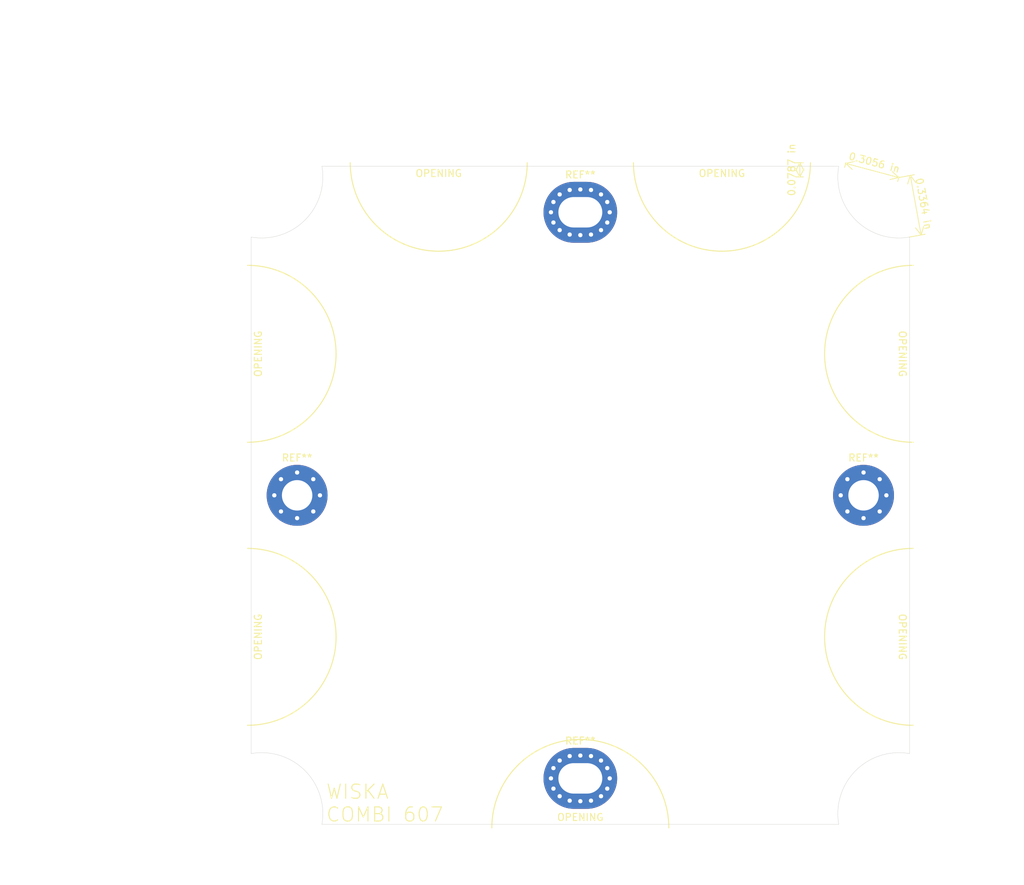
<source format=kicad_pcb>
(kicad_pcb (version 20171130) (host pcbnew 5.1.5-52549c5~84~ubuntu18.04.1)

  (general
    (thickness 1.6)
    (drawings 70)
    (tracks 0)
    (zones 0)
    (modules 4)
    (nets 1)
  )

  (page A4)
  (title_block
    (title "PCB for Wiska 607 junction box")
    (date 2020-01-14)
    (rev 0.1)
    (company jubeorMK1)
    (comment 1 "Pre dimensional validation")
  )

  (layers
    (0 F.Cu signal)
    (31 B.Cu signal)
    (32 B.Adhes user hide)
    (33 F.Adhes user hide)
    (34 B.Paste user hide)
    (35 F.Paste user hide)
    (36 B.SilkS user hide)
    (37 F.SilkS user)
    (38 B.Mask user hide)
    (39 F.Mask user hide)
    (40 Dwgs.User user)
    (41 Cmts.User user)
    (42 Eco1.User user hide)
    (43 Eco2.User user hide)
    (44 Edge.Cuts user)
    (45 Margin user hide)
    (46 B.CrtYd user hide)
    (47 F.CrtYd user hide)
    (48 B.Fab user hide)
    (49 F.Fab user hide)
  )

  (setup
    (last_trace_width 0.25)
    (trace_clearance 0.2)
    (zone_clearance 0.508)
    (zone_45_only no)
    (trace_min 0.2)
    (via_size 0.8)
    (via_drill 0.4)
    (via_min_size 0.4)
    (via_min_drill 0.3)
    (uvia_size 0.3)
    (uvia_drill 0.1)
    (uvias_allowed no)
    (uvia_min_size 0.2)
    (uvia_min_drill 0.1)
    (edge_width 0.05)
    (segment_width 0.2)
    (pcb_text_width 0.3)
    (pcb_text_size 1.5 1.5)
    (mod_edge_width 0.12)
    (mod_text_size 1 1)
    (mod_text_width 0.15)
    (pad_size 1.524 1.524)
    (pad_drill 0.762)
    (pad_to_mask_clearance 0.051)
    (solder_mask_min_width 0.25)
    (aux_axis_origin 0 0)
    (visible_elements FFFFFF7F)
    (pcbplotparams
      (layerselection 0x010fc_ffffffff)
      (usegerberextensions false)
      (usegerberattributes false)
      (usegerberadvancedattributes false)
      (creategerberjobfile false)
      (excludeedgelayer true)
      (linewidth 0.100000)
      (plotframeref false)
      (viasonmask false)
      (mode 1)
      (useauxorigin false)
      (hpglpennumber 1)
      (hpglpenspeed 20)
      (hpglpendiameter 15.000000)
      (psnegative false)
      (psa4output false)
      (plotreference true)
      (plotvalue true)
      (plotinvisibletext false)
      (padsonsilk false)
      (subtractmaskfromsilk false)
      (outputformat 1)
      (mirror false)
      (drillshape 1)
      (scaleselection 1)
      (outputdirectory ""))
  )

  (net 0 "")

  (net_class Default "This is the default net class."
    (clearance 0.2)
    (trace_width 0.25)
    (via_dia 0.8)
    (via_drill 0.4)
    (uvia_dia 0.3)
    (uvia_drill 0.1)
  )

  (module MountingHole:MountingHole_4.3mm_M4_Pad_Via (layer F.Cu) (tedit 56DDBFD7) (tstamp 5E1D94B9)
    (at 185 96)
    (descr "Mounting Hole 4.3mm, M4")
    (tags "mounting hole 4.3mm m4")
    (attr virtual)
    (fp_text reference REF** (at 0 -5.3) (layer F.SilkS)
      (effects (font (size 1 1) (thickness 0.15)))
    )
    (fp_text value MountingHole_4.3mm_M4_Pad_Via (at 0 5.3) (layer F.Fab)
      (effects (font (size 1 1) (thickness 0.15)))
    )
    (fp_circle (center 0 0) (end 4.55 0) (layer F.CrtYd) (width 0.05))
    (fp_circle (center 0 0) (end 4.3 0) (layer Cmts.User) (width 0.15))
    (fp_text user %R (at 0.3 0) (layer F.Fab)
      (effects (font (size 1 1) (thickness 0.15)))
    )
    (pad 1 thru_hole circle (at 2.280419 -2.280419) (size 0.9 0.9) (drill 0.6) (layers *.Cu *.Mask))
    (pad 1 thru_hole circle (at 0 -3.225) (size 0.9 0.9) (drill 0.6) (layers *.Cu *.Mask))
    (pad 1 thru_hole circle (at -2.280419 -2.280419) (size 0.9 0.9) (drill 0.6) (layers *.Cu *.Mask))
    (pad 1 thru_hole circle (at -3.225 0) (size 0.9 0.9) (drill 0.6) (layers *.Cu *.Mask))
    (pad 1 thru_hole circle (at -2.280419 2.280419) (size 0.9 0.9) (drill 0.6) (layers *.Cu *.Mask))
    (pad 1 thru_hole circle (at 0 3.225) (size 0.9 0.9) (drill 0.6) (layers *.Cu *.Mask))
    (pad 1 thru_hole circle (at 2.280419 2.280419) (size 0.9 0.9) (drill 0.6) (layers *.Cu *.Mask))
    (pad 1 thru_hole circle (at 3.225 0) (size 0.9 0.9) (drill 0.6) (layers *.Cu *.Mask))
    (pad 1 thru_hole circle (at 0 0) (size 8.6 8.6) (drill 4.3) (layers *.Cu *.Mask))
  )

  (module MountingHole:MountingHole_4.3mm_M4_Pad_Via (layer F.Cu) (tedit 56DDBFD7) (tstamp 5E1D948B)
    (at 105 96)
    (descr "Mounting Hole 4.3mm, M4")
    (tags "mounting hole 4.3mm m4")
    (attr virtual)
    (fp_text reference REF** (at 0 -5.3) (layer F.SilkS)
      (effects (font (size 1 1) (thickness 0.15)))
    )
    (fp_text value MountingHole_4.3mm_M4_Pad_Via (at 0 5.3) (layer F.Fab)
      (effects (font (size 1 1) (thickness 0.15)))
    )
    (fp_circle (center 0 0) (end 4.55 0) (layer F.CrtYd) (width 0.05))
    (fp_circle (center 0 0) (end 4.3 0) (layer Cmts.User) (width 0.15))
    (fp_text user %R (at 0.3 0) (layer F.Fab)
      (effects (font (size 1 1) (thickness 0.15)))
    )
    (pad 1 thru_hole circle (at 2.280419 -2.280419) (size 0.9 0.9) (drill 0.6) (layers *.Cu *.Mask))
    (pad 1 thru_hole circle (at 0 -3.225) (size 0.9 0.9) (drill 0.6) (layers *.Cu *.Mask))
    (pad 1 thru_hole circle (at -2.280419 -2.280419) (size 0.9 0.9) (drill 0.6) (layers *.Cu *.Mask))
    (pad 1 thru_hole circle (at -3.225 0) (size 0.9 0.9) (drill 0.6) (layers *.Cu *.Mask))
    (pad 1 thru_hole circle (at -2.280419 2.280419) (size 0.9 0.9) (drill 0.6) (layers *.Cu *.Mask))
    (pad 1 thru_hole circle (at 0 3.225) (size 0.9 0.9) (drill 0.6) (layers *.Cu *.Mask))
    (pad 1 thru_hole circle (at 2.280419 2.280419) (size 0.9 0.9) (drill 0.6) (layers *.Cu *.Mask))
    (pad 1 thru_hole circle (at 3.225 0) (size 0.9 0.9) (drill 0.6) (layers *.Cu *.Mask))
    (pad 1 thru_hole circle (at 0 0) (size 8.6 8.6) (drill 4.3) (layers *.Cu *.Mask))
  )

  (module MountingHole:MountingHole_4.3x6.2mm_M4_Pad_Via (layer F.Cu) (tedit 581E29B6) (tstamp 5E1D98D6)
    (at 145 136)
    (descr "Mounting Hole 4.3x6.2mm, M4")
    (tags "mounting hole 4.3x6.2mm m4")
    (attr virtual)
    (fp_text reference REF** (at 0 -5.3) (layer F.SilkS)
      (effects (font (size 1 1) (thickness 0.15)))
    )
    (fp_text value MountingHole_4.3x6.2mm_M4_Pad_Via (at 0 5.3) (layer F.Fab)
      (effects (font (size 1 1) (thickness 0.15)))
    )
    (fp_text user %R (at 0.3 0) (layer F.Fab)
      (effects (font (size 1 1) (thickness 0.15)))
    )
    (fp_line (start 0.95 4.55) (end -0.95 4.55) (layer F.CrtYd) (width 0.05))
    (fp_line (start -0.95 -4.55) (end 0.95 -4.55) (layer F.CrtYd) (width 0.05))
    (fp_arc (start -0.95 0) (end -0.95 4.55) (angle 180) (layer F.CrtYd) (width 0.05))
    (fp_arc (start 0.95 0) (end 0.95 -4.55) (angle 180) (layer F.CrtYd) (width 0.05))
    (fp_circle (center 0.95 0) (end 5.25 0) (layer Cmts.User) (width 0.15))
    (fp_circle (center -0.95 0) (end 3.35 0) (layer Cmts.User) (width 0.15))
    (pad 1 thru_hole oval (at 0 0) (size 10.4 8.6) (drill oval 6.2 4.3) (layers *.Cu *.Mask))
    (pad 1 thru_hole circle (at 1.505 3.151) (size 0.9 0.9) (drill 0.6) (layers *.Cu *.Mask))
    (pad 1 thru_hole circle (at -1.505 3.151) (size 0.9 0.9) (drill 0.6) (layers *.Cu *.Mask))
    (pad 1 thru_hole circle (at -1.505 -3.151) (size 0.9 0.9) (drill 0.6) (layers *.Cu *.Mask))
    (pad 1 thru_hole circle (at -2.92 -2.521) (size 0.9 0.9) (drill 0.6) (layers *.Cu *.Mask))
    (pad 1 thru_hole circle (at -2.92 2.521) (size 0.9 0.9) (drill 0.6) (layers *.Cu *.Mask))
    (pad 1 thru_hole circle (at 2.92 2.521) (size 0.9 0.9) (drill 0.6) (layers *.Cu *.Mask))
    (pad 1 thru_hole circle (at 2.92 -2.521) (size 0.9 0.9) (drill 0.6) (layers *.Cu *.Mask))
    (pad 1 thru_hole circle (at 1.505 -3.151) (size 0.9 0.9) (drill 0.6) (layers *.Cu *.Mask))
    (pad 1 thru_hole circle (at 4.15 0) (size 0.9 0.9) (drill 0.6) (layers *.Cu *.Mask))
    (pad 1 thru_hole circle (at 3.801 1.45) (size 0.9 0.9) (drill 0.6) (layers *.Cu *.Mask))
    (pad 1 thru_hole circle (at 0 3.225) (size 0.9 0.9) (drill 0.6) (layers *.Cu *.Mask))
    (pad 1 thru_hole circle (at -3.801 1.45) (size 0.9 0.9) (drill 0.6) (layers *.Cu *.Mask))
    (pad 1 thru_hole circle (at -4.15 0) (size 0.9 0.9) (drill 0.6) (layers *.Cu *.Mask))
    (pad 1 thru_hole circle (at -3.801 -1.45) (size 0.9 0.9) (drill 0.6) (layers *.Cu *.Mask))
    (pad 1 thru_hole circle (at 0 -3.225) (size 0.9 0.9) (drill 0.6) (layers *.Cu *.Mask))
    (pad 1 thru_hole circle (at 3.801 -1.45) (size 0.9 0.9) (drill 0.6) (layers *.Cu *.Mask))
  )

  (module MountingHole:MountingHole_4.3x6.2mm_M4_Pad_Via (layer F.Cu) (tedit 581E29B6) (tstamp 5E1D90C6)
    (at 145 56)
    (descr "Mounting Hole 4.3x6.2mm, M4")
    (tags "mounting hole 4.3x6.2mm m4")
    (attr virtual)
    (fp_text reference REF** (at 0 -5.3) (layer F.SilkS)
      (effects (font (size 1 1) (thickness 0.15)))
    )
    (fp_text value MountingHole_4.3x6.2mm_M4_Pad_Via (at 0 5.3) (layer F.Fab)
      (effects (font (size 1 1) (thickness 0.15)))
    )
    (fp_circle (center -0.95 0) (end 3.35 0) (layer Cmts.User) (width 0.15))
    (fp_circle (center 0.95 0) (end 5.25 0) (layer Cmts.User) (width 0.15))
    (fp_arc (start 0.95 0) (end 0.95 -4.55) (angle 180) (layer F.CrtYd) (width 0.05))
    (fp_arc (start -0.95 0) (end -0.95 4.55) (angle 180) (layer F.CrtYd) (width 0.05))
    (fp_line (start -0.95 -4.55) (end 0.95 -4.55) (layer F.CrtYd) (width 0.05))
    (fp_line (start 0.95 4.55) (end -0.95 4.55) (layer F.CrtYd) (width 0.05))
    (fp_text user %R (at 0.3 0) (layer F.Fab)
      (effects (font (size 1 1) (thickness 0.15)))
    )
    (pad 1 thru_hole circle (at 3.801 -1.45) (size 0.9 0.9) (drill 0.6) (layers *.Cu *.Mask))
    (pad 1 thru_hole circle (at 0 -3.225) (size 0.9 0.9) (drill 0.6) (layers *.Cu *.Mask))
    (pad 1 thru_hole circle (at -3.801 -1.45) (size 0.9 0.9) (drill 0.6) (layers *.Cu *.Mask))
    (pad 1 thru_hole circle (at -4.15 0) (size 0.9 0.9) (drill 0.6) (layers *.Cu *.Mask))
    (pad 1 thru_hole circle (at -3.801 1.45) (size 0.9 0.9) (drill 0.6) (layers *.Cu *.Mask))
    (pad 1 thru_hole circle (at 0 3.225) (size 0.9 0.9) (drill 0.6) (layers *.Cu *.Mask))
    (pad 1 thru_hole circle (at 3.801 1.45) (size 0.9 0.9) (drill 0.6) (layers *.Cu *.Mask))
    (pad 1 thru_hole circle (at 4.15 0) (size 0.9 0.9) (drill 0.6) (layers *.Cu *.Mask))
    (pad 1 thru_hole circle (at 1.505 -3.151) (size 0.9 0.9) (drill 0.6) (layers *.Cu *.Mask))
    (pad 1 thru_hole circle (at 2.92 -2.521) (size 0.9 0.9) (drill 0.6) (layers *.Cu *.Mask))
    (pad 1 thru_hole circle (at 2.92 2.521) (size 0.9 0.9) (drill 0.6) (layers *.Cu *.Mask))
    (pad 1 thru_hole circle (at -2.92 2.521) (size 0.9 0.9) (drill 0.6) (layers *.Cu *.Mask))
    (pad 1 thru_hole circle (at -2.92 -2.521) (size 0.9 0.9) (drill 0.6) (layers *.Cu *.Mask))
    (pad 1 thru_hole circle (at -1.505 -3.151) (size 0.9 0.9) (drill 0.6) (layers *.Cu *.Mask))
    (pad 1 thru_hole circle (at -1.505 3.151) (size 0.9 0.9) (drill 0.6) (layers *.Cu *.Mask))
    (pad 1 thru_hole circle (at 1.505 3.151) (size 0.9 0.9) (drill 0.6) (layers *.Cu *.Mask))
    (pad 1 thru_hole oval (at 0 0) (size 10.4 8.6) (drill oval 6.2 4.3) (layers *.Cu *.Mask))
  )

  (dimension 8.543822 (width 0.12) (layer F.SilkS)
    (gr_text "8.544 mm" (at 193.614989 54.774735 280.2812073) (layer F.SilkS)
      (effects (font (size 1 1) (thickness 0.15)))
    )
    (feature1 (pts (xy 191.500001 59.499999) (xy 193.704835 59.10006)))
    (feature2 (pts (xy 189.975104 51.09336) (xy 192.179938 50.693421)))
    (crossbar (pts (xy 191.602933 50.798085) (xy 193.12783 59.204724)))
    (arrow1a (pts (xy 193.12783 59.204724) (xy 192.349767 58.200972)))
    (arrow1b (pts (xy 193.12783 59.204724) (xy 193.503777 57.991644)))
    (arrow2a (pts (xy 191.602933 50.798085) (xy 191.226986 52.011165)))
    (arrow2b (pts (xy 191.602933 50.798085) (xy 192.380996 51.801837)))
  )
  (dimension 2 (width 0.12) (layer F.SilkS)
    (gr_text "2.000 mm" (at 174.73 50 90) (layer F.SilkS)
      (effects (font (size 1 1) (thickness 0.15)))
    )
    (feature1 (pts (xy 176.5 49) (xy 175.413579 49)))
    (feature2 (pts (xy 176.5 51) (xy 175.413579 51)))
    (crossbar (pts (xy 176 51) (xy 176 49)))
    (arrow1a (pts (xy 176 49) (xy 176.586421 50.126504)))
    (arrow1b (pts (xy 176 49) (xy 175.413579 50.126504)))
    (arrow2a (pts (xy 176 51) (xy 176.586421 49.873496)))
    (arrow2b (pts (xy 176 51) (xy 175.413579 49.873496)))
  )
  (dimension 7.762086 (width 0.12) (layer F.SilkS)
    (gr_text "7.762 mm" (at 185.897873 51.320478 -14.93141195) (layer F.SilkS)
      (effects (font (size 1 1) (thickness 0.15)))
    )
    (feature1 (pts (xy 182.500001 49.000001) (xy 182.324006 49.659981)))
    (feature2 (pts (xy 190 51) (xy 189.824005 51.65998)))
    (crossbar (pts (xy 189.975104 51.09336) (xy 182.475105 49.093361)))
    (arrow1a (pts (xy 182.475105 49.093361) (xy 183.714671 48.816999)))
    (arrow1b (pts (xy 182.475105 49.093361) (xy 183.412474 49.950239)))
    (arrow2a (pts (xy 189.975104 51.09336) (xy 189.037735 50.236482)))
    (arrow2b (pts (xy 189.975104 51.09336) (xy 188.735538 51.369722)))
  )
  (gr_text OPENING (at 145 141.5) (layer F.SilkS)
    (effects (font (size 1 1) (thickness 0.15)))
  )
  (gr_text OPENING (at 190.5 116 -90) (layer F.SilkS) (tstamp 5E1D989D)
    (effects (font (size 1 1) (thickness 0.15)))
  )
  (gr_text OPENING (at 190.5 76 -90) (layer F.SilkS)
    (effects (font (size 1 1) (thickness 0.15)))
  )
  (gr_text OPENING (at 99.5 116 90) (layer F.SilkS) (tstamp 5E1D9898)
    (effects (font (size 1 1) (thickness 0.15)))
  )
  (gr_text OPENING (at 99.5 76 90) (layer F.SilkS)
    (effects (font (size 1 1) (thickness 0.15)))
  )
  (gr_text OPENING (at 165 50.5) (layer F.SilkS) (tstamp 5E1D9890)
    (effects (font (size 1 1) (thickness 0.15)))
  )
  (gr_text OPENING (at 125 50.5) (layer F.SilkS)
    (effects (font (size 1 1) (thickness 0.15)))
  )
  (gr_text "WISKA\nCOMBI 607" (at 109 139.5) (layer F.SilkS)
    (effects (font (size 2 2) (thickness 0.15)) (justify left))
  )
  (gr_arc (start 165 49) (end 152.5 49) (angle -180) (layer F.SilkS) (width 0.15) (tstamp 5E1D95B4))
  (gr_arc (start 125 49) (end 112.5 49) (angle -180) (layer F.SilkS) (width 0.15))
  (gr_arc (start 145 143) (end 157.5 143) (angle -180) (layer F.SilkS) (width 0.15))
  (gr_arc (start 192 116) (end 192 103.5) (angle -180) (layer F.SilkS) (width 0.15) (tstamp 5E1D95AE))
  (gr_arc (start 192 76) (end 192 63.5) (angle -180) (layer F.SilkS) (width 0.15))
  (gr_arc (start 98 116) (end 98 128.5) (angle -180) (layer F.SilkS) (width 0.15) (tstamp 5E1D95A8))
  (gr_arc (start 98 76) (end 98 88.5) (angle -180) (layer F.SilkS) (width 0.15))
  (dimension 20 (width 0.15) (layer Cmts.User)
    (gr_text "20.000 mm" (at 66.7 106 270) (layer Cmts.User)
      (effects (font (size 1 1) (thickness 0.15)))
    )
    (feature1 (pts (xy 90 116) (xy 67.413579 116)))
    (feature2 (pts (xy 90 96) (xy 67.413579 96)))
    (crossbar (pts (xy 68 96) (xy 68 116)))
    (arrow1a (pts (xy 68 116) (xy 67.413579 114.873496)))
    (arrow1b (pts (xy 68 116) (xy 68.586421 114.873496)))
    (arrow2a (pts (xy 68 96) (xy 67.413579 97.126504)))
    (arrow2b (pts (xy 68 96) (xy 68.586421 97.126504)))
  )
  (dimension 20 (width 0.15) (layer Cmts.User)
    (gr_text "20.000 mm" (at 66.7 86 90) (layer Cmts.User)
      (effects (font (size 1 1) (thickness 0.15)))
    )
    (feature1 (pts (xy 90 76) (xy 67.413579 76)))
    (feature2 (pts (xy 90 96) (xy 67.413579 96)))
    (crossbar (pts (xy 68 96) (xy 68 76)))
    (arrow1a (pts (xy 68 76) (xy 68.586421 77.126504)))
    (arrow1b (pts (xy 68 76) (xy 67.413579 77.126504)))
    (arrow2a (pts (xy 68 96) (xy 68.586421 94.873496)))
    (arrow2b (pts (xy 68 96) (xy 67.413579 94.873496)))
  )
  (gr_circle (center 145 136) (end 148.5 136) (layer Dwgs.User) (width 0.15))
  (gr_circle (center 145 136) (end 146.5 136) (layer Dwgs.User) (width 0.15))
  (gr_circle (center 105 96) (end 108.5 96) (layer Dwgs.User) (width 0.15))
  (gr_circle (center 105 96) (end 106.5 96) (layer Dwgs.User) (width 0.15))
  (gr_circle (center 145 56) (end 148.5 56) (layer Dwgs.User) (width 0.15))
  (gr_circle (center 145 56) (end 146.5 56) (layer Dwgs.User) (width 0.15))
  (gr_circle (center 185 96) (end 186.5 96) (layer Dwgs.User) (width 0.15))
  (gr_circle (center 185 96) (end 188.5 96) (layer Dwgs.User) (width 0.15))
  (gr_line (start 185 96) (end 185 136) (layer Dwgs.User) (width 0.15) (tstamp 5E1D3749))
  (gr_line (start 105 136) (end 185 136) (layer Dwgs.User) (width 0.15))
  (gr_line (start 105 56) (end 105 136) (layer Dwgs.User) (width 0.15))
  (gr_line (start 185 56) (end 105 56) (layer Dwgs.User) (width 0.15))
  (gr_line (start 185 96) (end 185 56) (layer Dwgs.User) (width 0.15))
  (gr_line (start 145 96) (end 185 96) (layer Dwgs.User) (width 0.15))
  (gr_line (start 181.500001 49.500001) (end 108.5 49.5) (layer Edge.Cuts) (width 0.05))
  (gr_line (start 98.499999 132.500001) (end 98.500001 59.499999) (layer Edge.Cuts) (width 0.05) (tstamp 5E1D35F0))
  (gr_line (start 181.5 142.5) (end 108.5 142.5) (layer Edge.Cuts) (width 0.05))
  (gr_line (start 191.500001 59.499999) (end 191.499999 132.500001) (layer Edge.Cuts) (width 0.05) (tstamp 5E1D35E3))
  (gr_arc (start 190 51) (end 181.500001 49.500001) (angle -110.0159596) (layer Edge.Cuts) (width 0.05))
  (gr_arc (start 190 141) (end 191.499999 132.500001) (angle -110.0159596) (layer Edge.Cuts) (width 0.05))
  (gr_arc (start 100 141) (end 108.499999 142.499999) (angle -110.0159596) (layer Edge.Cuts) (width 0.05))
  (gr_arc (start 100 51) (end 98.500001 59.499999) (angle -110.0159596) (layer Edge.Cuts) (width 0.05))
  (gr_line (start 192 133.5) (end 192 58.5) (layer Dwgs.User) (width 0.15) (tstamp 5E1D34E1))
  (gr_arc (start 190 141) (end 191.999999 133.500001) (angle -119.8628344) (layer Dwgs.User) (width 0.15))
  (gr_line (start 182.5 49) (end 107.5 49) (layer Dwgs.User) (width 0.15) (tstamp 5E1D34A2))
  (dimension 90 (width 0.15) (layer Cmts.User)
    (gr_text "90.000 mm" (at 203.8 96 270) (layer Cmts.User)
      (effects (font (size 1 1) (thickness 0.15)))
    )
    (feature1 (pts (xy 190 141) (xy 203.086421 141)))
    (feature2 (pts (xy 190 51) (xy 203.086421 51)))
    (crossbar (pts (xy 202.5 51) (xy 202.5 141)))
    (arrow1a (pts (xy 202.5 141) (xy 201.913579 139.873496)))
    (arrow1b (pts (xy 202.5 141) (xy 203.086421 139.873496)))
    (arrow2a (pts (xy 202.5 51) (xy 201.913579 52.126504)))
    (arrow2b (pts (xy 202.5 51) (xy 203.086421 52.126504)))
  )
  (dimension 90 (width 0.15) (layer Cmts.User)
    (gr_text "90.000 mm" (at 145 33.7) (layer Cmts.User)
      (effects (font (size 1 1) (thickness 0.15)))
    )
    (feature1 (pts (xy 190 51) (xy 190 34.413579)))
    (feature2 (pts (xy 100 51) (xy 100 34.413579)))
    (crossbar (pts (xy 100 35) (xy 190 35)))
    (arrow1a (pts (xy 190 35) (xy 188.873496 35.586421)))
    (arrow1b (pts (xy 190 35) (xy 188.873496 34.413579)))
    (arrow2a (pts (xy 100 35) (xy 101.126504 35.586421)))
    (arrow2b (pts (xy 100 35) (xy 101.126504 34.413579)))
  )
  (gr_arc (start 190 51) (end 182.500001 49.000001) (angle -119.8628344) (layer Dwgs.User) (width 0.15))
  (gr_line (start 98 58.5) (end 98 133.5) (layer Dwgs.User) (width 0.15) (tstamp 5E1D344C))
  (gr_arc (start 100 51) (end 98.000001 58.499999) (angle -119.8628344) (layer Dwgs.User) (width 0.15))
  (gr_line (start 107.5 143) (end 182.5 143) (layer Dwgs.User) (width 0.15) (tstamp 5E1D3425))
  (gr_arc (start 100 141) (end 107.499999 142.999999) (angle -119.8628344) (layer Dwgs.User) (width 0.15))
  (gr_line (start 190 141) (end 190 51) (layer Dwgs.User) (width 0.15) (tstamp 5E1D32E8))
  (gr_line (start 100 141) (end 190 141) (layer Dwgs.User) (width 0.15))
  (gr_line (start 100 51) (end 100 141) (layer Dwgs.User) (width 0.15))
  (gr_line (start 190 51) (end 100 51) (layer Dwgs.User) (width 0.15))
  (gr_line (start 190 96) (end 190 51) (layer Dwgs.User) (width 0.15))
  (gr_line (start 145 96) (end 190 96) (layer Dwgs.User) (width 0.15))
  (gr_line (start 192 96) (end 200 96) (layer Dwgs.User) (width 0.15))
  (gr_line (start 90 96) (end 192 96) (layer Dwgs.User) (width 0.15))
  (gr_line (start 90 41) (end 90 96) (layer Dwgs.User) (width 0.15))
  (gr_line (start 145 41) (end 145 151) (layer Dwgs.User) (width 0.15))
  (gr_line (start 90 41) (end 145 41) (layer Dwgs.User) (width 0.15))
  (dimension 110 (width 0.15) (layer Cmts.User)
    (gr_text "110.000 mm" (at 145 26.7) (layer Cmts.User)
      (effects (font (size 1 1) (thickness 0.15)))
    )
    (feature1 (pts (xy 200 41) (xy 200 27.413579)))
    (feature2 (pts (xy 90 41) (xy 90 27.413579)))
    (crossbar (pts (xy 90 28) (xy 200 28)))
    (arrow1a (pts (xy 200 28) (xy 198.873496 28.586421)))
    (arrow1b (pts (xy 200 28) (xy 198.873496 27.413579)))
    (arrow2a (pts (xy 90 28) (xy 91.126504 28.586421)))
    (arrow2b (pts (xy 90 28) (xy 91.126504 27.413579)))
  )
  (dimension 110 (width 0.15) (layer Cmts.User)
    (gr_text "110.000 mm" (at 206.3 96 270) (layer Cmts.User)
      (effects (font (size 1 1) (thickness 0.15)))
    )
    (feature1 (pts (xy 200 151) (xy 205.586421 151)))
    (feature2 (pts (xy 200 41) (xy 205.586421 41)))
    (crossbar (pts (xy 205 41) (xy 205 151)))
    (arrow1a (pts (xy 205 151) (xy 204.413579 149.873496)))
    (arrow1b (pts (xy 205 151) (xy 205.586421 149.873496)))
    (arrow2a (pts (xy 205 41) (xy 204.413579 42.126504)))
    (arrow2b (pts (xy 205 41) (xy 205.586421 42.126504)))
  )
  (gr_line (start 90 49) (end 90 55) (layer Dwgs.User) (width 0.15))
  (gr_line (start 90 151) (end 90 41) (layer Dwgs.User) (width 0.15) (tstamp 5E1D2EDD))
  (gr_line (start 200 151) (end 90 151) (layer Dwgs.User) (width 0.15))
  (gr_line (start 200 41) (end 200 151) (layer Dwgs.User) (width 0.15))
  (gr_line (start 90 41) (end 200 41) (layer Dwgs.User) (width 0.15))

)

</source>
